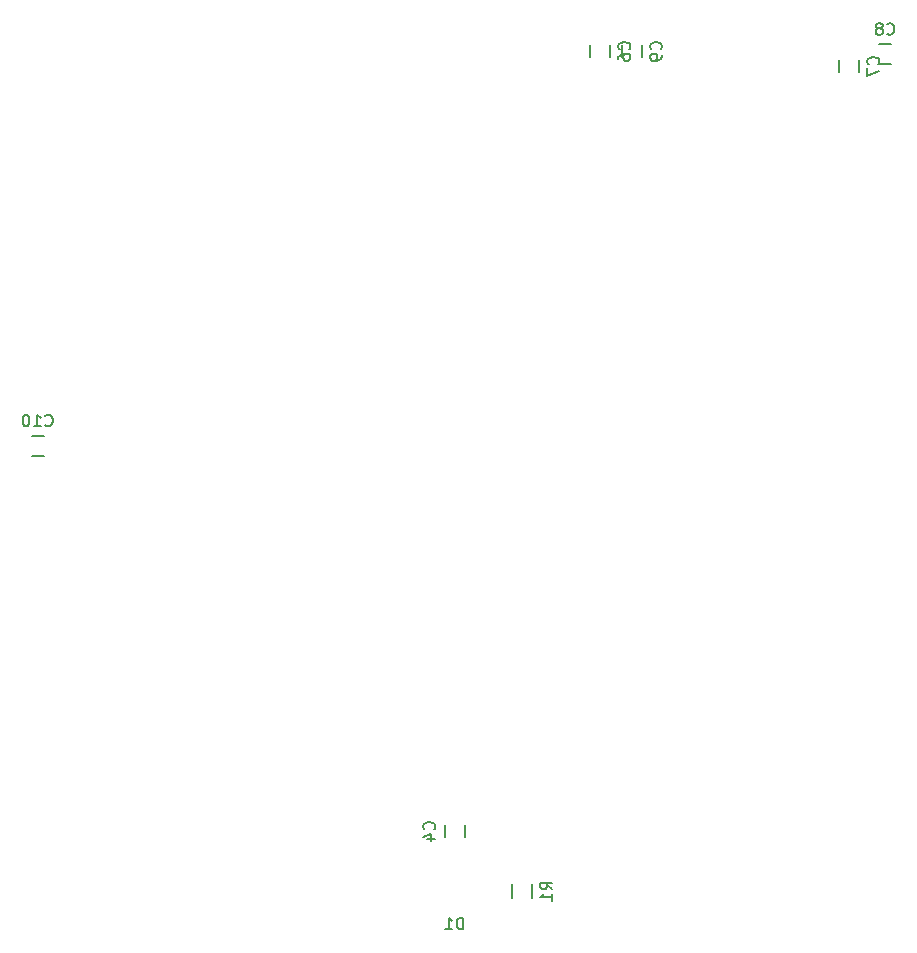
<source format=gbo>
G04 #@! TF.FileFunction,Legend,Bot*
%FSLAX46Y46*%
G04 Gerber Fmt 4.6, Leading zero omitted, Abs format (unit mm)*
G04 Created by KiCad (PCBNEW 4.0.1-stable) date Tuesday, March 22, 2016 'PMt' 12:33:31 PM*
%MOMM*%
G01*
G04 APERTURE LIST*
%ADD10C,0.100000*%
%ADD11C,0.150000*%
G04 APERTURE END LIST*
D10*
D11*
X167425000Y-138930000D02*
X167425000Y-137930000D01*
X169125000Y-137930000D02*
X169125000Y-138930000D01*
X181444000Y-71890000D02*
X181444000Y-72890000D01*
X179744000Y-72890000D02*
X179744000Y-71890000D01*
X202526000Y-73160000D02*
X202526000Y-74160000D01*
X200826000Y-74160000D02*
X200826000Y-73160000D01*
X204224000Y-71794000D02*
X205224000Y-71794000D01*
X205224000Y-73494000D02*
X204224000Y-73494000D01*
X184111000Y-71890000D02*
X184111000Y-72890000D01*
X182411000Y-72890000D02*
X182411000Y-71890000D01*
X132469000Y-104941000D02*
X133469000Y-104941000D01*
X133469000Y-106641000D02*
X132469000Y-106641000D01*
X173115000Y-142910000D02*
X173115000Y-144110000D01*
X174865000Y-144110000D02*
X174865000Y-142910000D01*
X166532143Y-138263334D02*
X166579762Y-138215715D01*
X166627381Y-138072858D01*
X166627381Y-137977620D01*
X166579762Y-137834762D01*
X166484524Y-137739524D01*
X166389286Y-137691905D01*
X166198810Y-137644286D01*
X166055952Y-137644286D01*
X165865476Y-137691905D01*
X165770238Y-137739524D01*
X165675000Y-137834762D01*
X165627381Y-137977620D01*
X165627381Y-138072858D01*
X165675000Y-138215715D01*
X165722619Y-138263334D01*
X165960714Y-139120477D02*
X166627381Y-139120477D01*
X165579762Y-138882381D02*
X166294048Y-138644286D01*
X166294048Y-139263334D01*
X183051143Y-72223334D02*
X183098762Y-72175715D01*
X183146381Y-72032858D01*
X183146381Y-71937620D01*
X183098762Y-71794762D01*
X183003524Y-71699524D01*
X182908286Y-71651905D01*
X182717810Y-71604286D01*
X182574952Y-71604286D01*
X182384476Y-71651905D01*
X182289238Y-71699524D01*
X182194000Y-71794762D01*
X182146381Y-71937620D01*
X182146381Y-72032858D01*
X182194000Y-72175715D01*
X182241619Y-72223334D01*
X182146381Y-73080477D02*
X182146381Y-72890000D01*
X182194000Y-72794762D01*
X182241619Y-72747143D01*
X182384476Y-72651905D01*
X182574952Y-72604286D01*
X182955905Y-72604286D01*
X183051143Y-72651905D01*
X183098762Y-72699524D01*
X183146381Y-72794762D01*
X183146381Y-72985239D01*
X183098762Y-73080477D01*
X183051143Y-73128096D01*
X182955905Y-73175715D01*
X182717810Y-73175715D01*
X182622571Y-73128096D01*
X182574952Y-73080477D01*
X182527333Y-72985239D01*
X182527333Y-72794762D01*
X182574952Y-72699524D01*
X182622571Y-72651905D01*
X182717810Y-72604286D01*
X204133143Y-73493334D02*
X204180762Y-73445715D01*
X204228381Y-73302858D01*
X204228381Y-73207620D01*
X204180762Y-73064762D01*
X204085524Y-72969524D01*
X203990286Y-72921905D01*
X203799810Y-72874286D01*
X203656952Y-72874286D01*
X203466476Y-72921905D01*
X203371238Y-72969524D01*
X203276000Y-73064762D01*
X203228381Y-73207620D01*
X203228381Y-73302858D01*
X203276000Y-73445715D01*
X203323619Y-73493334D01*
X203228381Y-73826667D02*
X203228381Y-74493334D01*
X204228381Y-74064762D01*
X204890666Y-70901143D02*
X204938285Y-70948762D01*
X205081142Y-70996381D01*
X205176380Y-70996381D01*
X205319238Y-70948762D01*
X205414476Y-70853524D01*
X205462095Y-70758286D01*
X205509714Y-70567810D01*
X205509714Y-70424952D01*
X205462095Y-70234476D01*
X205414476Y-70139238D01*
X205319238Y-70044000D01*
X205176380Y-69996381D01*
X205081142Y-69996381D01*
X204938285Y-70044000D01*
X204890666Y-70091619D01*
X204319238Y-70424952D02*
X204414476Y-70377333D01*
X204462095Y-70329714D01*
X204509714Y-70234476D01*
X204509714Y-70186857D01*
X204462095Y-70091619D01*
X204414476Y-70044000D01*
X204319238Y-69996381D01*
X204128761Y-69996381D01*
X204033523Y-70044000D01*
X203985904Y-70091619D01*
X203938285Y-70186857D01*
X203938285Y-70234476D01*
X203985904Y-70329714D01*
X204033523Y-70377333D01*
X204128761Y-70424952D01*
X204319238Y-70424952D01*
X204414476Y-70472571D01*
X204462095Y-70520190D01*
X204509714Y-70615429D01*
X204509714Y-70805905D01*
X204462095Y-70901143D01*
X204414476Y-70948762D01*
X204319238Y-70996381D01*
X204128761Y-70996381D01*
X204033523Y-70948762D01*
X203985904Y-70901143D01*
X203938285Y-70805905D01*
X203938285Y-70615429D01*
X203985904Y-70520190D01*
X204033523Y-70472571D01*
X204128761Y-70424952D01*
X185718143Y-72223334D02*
X185765762Y-72175715D01*
X185813381Y-72032858D01*
X185813381Y-71937620D01*
X185765762Y-71794762D01*
X185670524Y-71699524D01*
X185575286Y-71651905D01*
X185384810Y-71604286D01*
X185241952Y-71604286D01*
X185051476Y-71651905D01*
X184956238Y-71699524D01*
X184861000Y-71794762D01*
X184813381Y-71937620D01*
X184813381Y-72032858D01*
X184861000Y-72175715D01*
X184908619Y-72223334D01*
X185813381Y-72699524D02*
X185813381Y-72890000D01*
X185765762Y-72985239D01*
X185718143Y-73032858D01*
X185575286Y-73128096D01*
X185384810Y-73175715D01*
X185003857Y-73175715D01*
X184908619Y-73128096D01*
X184861000Y-73080477D01*
X184813381Y-72985239D01*
X184813381Y-72794762D01*
X184861000Y-72699524D01*
X184908619Y-72651905D01*
X185003857Y-72604286D01*
X185241952Y-72604286D01*
X185337190Y-72651905D01*
X185384810Y-72699524D01*
X185432429Y-72794762D01*
X185432429Y-72985239D01*
X185384810Y-73080477D01*
X185337190Y-73128096D01*
X185241952Y-73175715D01*
X133611857Y-104048143D02*
X133659476Y-104095762D01*
X133802333Y-104143381D01*
X133897571Y-104143381D01*
X134040429Y-104095762D01*
X134135667Y-104000524D01*
X134183286Y-103905286D01*
X134230905Y-103714810D01*
X134230905Y-103571952D01*
X134183286Y-103381476D01*
X134135667Y-103286238D01*
X134040429Y-103191000D01*
X133897571Y-103143381D01*
X133802333Y-103143381D01*
X133659476Y-103191000D01*
X133611857Y-103238619D01*
X132659476Y-104143381D02*
X133230905Y-104143381D01*
X132945191Y-104143381D02*
X132945191Y-103143381D01*
X133040429Y-103286238D01*
X133135667Y-103381476D01*
X133230905Y-103429095D01*
X132040429Y-103143381D02*
X131945190Y-103143381D01*
X131849952Y-103191000D01*
X131802333Y-103238619D01*
X131754714Y-103333857D01*
X131707095Y-103524333D01*
X131707095Y-103762429D01*
X131754714Y-103952905D01*
X131802333Y-104048143D01*
X131849952Y-104095762D01*
X131945190Y-104143381D01*
X132040429Y-104143381D01*
X132135667Y-104095762D01*
X132183286Y-104048143D01*
X132230905Y-103952905D01*
X132278524Y-103762429D01*
X132278524Y-103524333D01*
X132230905Y-103333857D01*
X132183286Y-103238619D01*
X132135667Y-103191000D01*
X132040429Y-103143381D01*
X176542381Y-143343334D02*
X176066190Y-143010000D01*
X176542381Y-142771905D02*
X175542381Y-142771905D01*
X175542381Y-143152858D01*
X175590000Y-143248096D01*
X175637619Y-143295715D01*
X175732857Y-143343334D01*
X175875714Y-143343334D01*
X175970952Y-143295715D01*
X176018571Y-143248096D01*
X176066190Y-143152858D01*
X176066190Y-142771905D01*
X176542381Y-144295715D02*
X176542381Y-143724286D01*
X176542381Y-144010000D02*
X175542381Y-144010000D01*
X175685238Y-143914762D01*
X175780476Y-143819524D01*
X175828095Y-143724286D01*
X169013095Y-146732381D02*
X169013095Y-145732381D01*
X168775000Y-145732381D01*
X168632142Y-145780000D01*
X168536904Y-145875238D01*
X168489285Y-145970476D01*
X168441666Y-146160952D01*
X168441666Y-146303810D01*
X168489285Y-146494286D01*
X168536904Y-146589524D01*
X168632142Y-146684762D01*
X168775000Y-146732381D01*
X169013095Y-146732381D01*
X167489285Y-146732381D02*
X168060714Y-146732381D01*
X167775000Y-146732381D02*
X167775000Y-145732381D01*
X167870238Y-145875238D01*
X167965476Y-145970476D01*
X168060714Y-146018095D01*
M02*

</source>
